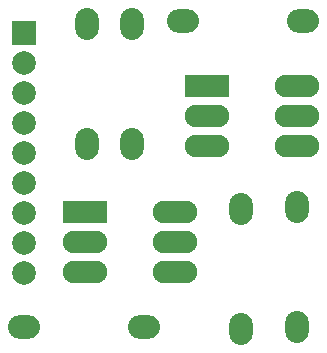
<source format=gts>
%FSTAX23Y23*%
%MOIN*%
%SFA1B1*%

%IPPOS*%
%ADD20O,0.106420X0.078870*%
%ADD21R,0.148000X0.076000*%
%ADD22O,0.148000X0.076000*%
%ADD23C,0.078870*%
%ADD24R,0.078870X0.078870*%
%ADD25O,0.078870X0.106420*%
%LNsignalisolator-1*%
%LPD*%
G54D20*
X03185Y02435D03*
X02785D03*
X03715Y03455D03*
X03315D03*
G54D21*
X03395Y0324D03*
X0299Y0282D03*
G54D22*
X03395Y0314D03*
Y0304D03*
X03695Y0324D03*
Y0314D03*
Y0304D03*
X0299Y0272D03*
Y0262D03*
X0329Y0282D03*
Y0272D03*
Y0262D03*
G54D23*
X02785Y03215D03*
Y02615D03*
Y02715D03*
Y02815D03*
Y02915D03*
Y03015D03*
Y03115D03*
Y03315D03*
G54D24*
X02785Y03415D03*
G54D25*
X03145Y03445D03*
Y03045D03*
X0351Y0283D03*
Y0243D03*
X02995Y03045D03*
Y03445D03*
X03695Y02835D03*
Y02435D03*
M02*
</source>
